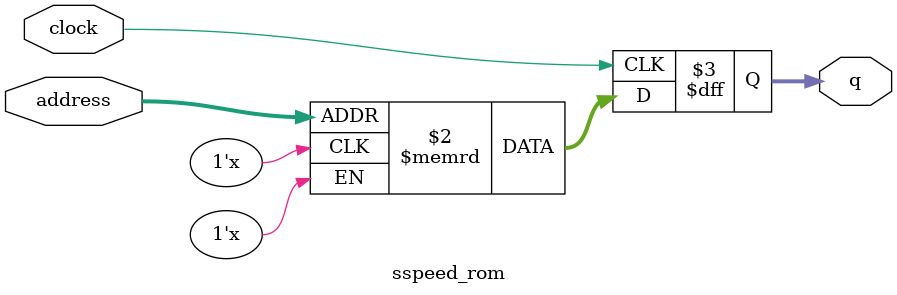
<source format=sv>
module sspeed_rom (
	input logic clock,
	input logic [9:0] address,
	output logic [7:0] q
);

logic [7:0] memory [0:1023] /* synthesis ram_init_file = "./sspeed/sspeed.mif" */;

always_ff @ (posedge clock) begin
	q <= memory[address];
end

endmodule

</source>
